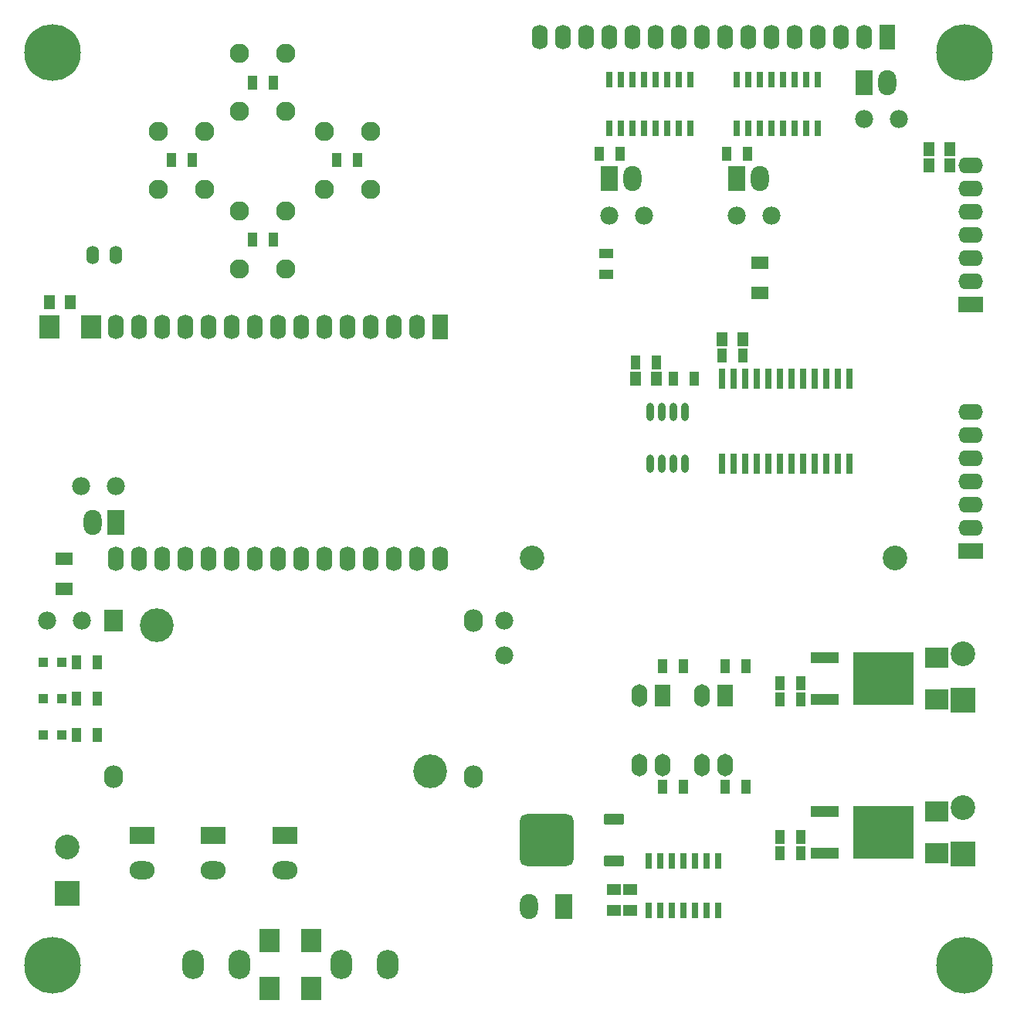
<source format=gbs>
G04*
G04 #@! TF.GenerationSoftware,Altium Limited,Altium Designer,18.0.7 (293)*
G04*
G04 Layer_Color=16711935*
%FSLAX25Y25*%
%MOIN*%
G70*
G01*
G75*
%ADD10R,0.04331X0.05894*%
%ADD11R,0.04737X0.06300*%
%ADD12O,0.03162X0.07887*%
%ADD13R,0.03162X0.08674*%
%ADD14R,0.07300X0.05800*%
%ADD15R,0.05894X0.04331*%
%ADD16R,0.03162X0.06902*%
%ADD17R,0.09855X0.08800*%
G04:AMPARAMS|DCode=18|XSize=47.37mil|YSize=86.74mil|CornerRadius=8.92mil|HoleSize=0mil|Usage=FLASHONLY|Rotation=270.000|XOffset=0mil|YOffset=0mil|HoleType=Round|Shape=RoundedRectangle|*
%AMROUNDEDRECTD18*
21,1,0.04737,0.06890,0,0,270.0*
21,1,0.02953,0.08674,0,0,270.0*
1,1,0.01784,-0.03445,-0.01476*
1,1,0.01784,-0.03445,0.01476*
1,1,0.01784,0.03445,0.01476*
1,1,0.01784,0.03445,-0.01476*
%
%ADD18ROUNDEDRECTD18*%
G04:AMPARAMS|DCode=19|XSize=224.53mil|YSize=232.41mil|CornerRadius=31.07mil|HoleSize=0mil|Usage=FLASHONLY|Rotation=270.000|XOffset=0mil|YOffset=0mil|HoleType=Round|Shape=RoundedRectangle|*
%AMROUNDEDRECTD19*
21,1,0.22453,0.17028,0,0,270.0*
21,1,0.16240,0.23241,0,0,270.0*
1,1,0.06213,-0.08514,-0.08120*
1,1,0.06213,-0.08514,0.08120*
1,1,0.06213,0.08514,0.08120*
1,1,0.06213,0.08514,-0.08120*
%
%ADD19ROUNDEDRECTD19*%
%ADD20R,0.26391X0.22650*%
%ADD21R,0.12020X0.04737*%
%ADD22R,0.04331X0.04331*%
%ADD23R,0.08800X0.09855*%
%ADD24R,0.06300X0.04737*%
%ADD25O,0.10642X0.06942*%
%ADD26R,0.10642X0.06942*%
%ADD27R,0.07800X0.10800*%
%ADD28O,0.07800X0.10800*%
%ADD29C,0.08300*%
%ADD30O,0.05524X0.07887*%
%ADD31C,0.10642*%
%ADD32R,0.10642X0.10642*%
%ADD33C,0.07800*%
%ADD34R,0.10800X0.07800*%
%ADD35O,0.10800X0.07800*%
%ADD36R,0.08300X0.09800*%
%ADD37O,0.08300X0.09800*%
%ADD38C,0.14580*%
%ADD39R,0.06942X0.10642*%
%ADD40O,0.06942X0.10642*%
%ADD41O,0.09461X0.12611*%
%ADD42R,0.06800X0.09800*%
%ADD43O,0.06800X0.09800*%
%ADD44O,0.06942X0.10642*%
%ADD45R,0.06942X0.10642*%
%ADD46C,0.24422*%
D10*
X-264504Y2146D02*
D03*
X-255504D02*
D03*
X-301004Y35729D02*
D03*
X-292004D02*
D03*
X-301004Y-32169D02*
D03*
X-292004D02*
D03*
X-336004Y2146D02*
D03*
X-327004D02*
D03*
X-119321Y-92027D02*
D03*
X-110321D02*
D03*
X-89140Y-82184D02*
D03*
X-98140D02*
D03*
X-96183Y5021D02*
D03*
X-87183D02*
D03*
X-151301D02*
D03*
X-142301D02*
D03*
X-135632Y-84940D02*
D03*
X-126632D02*
D03*
X-73073Y-223305D02*
D03*
X-64073D02*
D03*
X-64073Y-230392D02*
D03*
X-73073D02*
D03*
X-73073Y-289603D02*
D03*
X-64073D02*
D03*
X-64073Y-296690D02*
D03*
X-73073D02*
D03*
X-367941Y-214210D02*
D03*
X-376941D02*
D03*
X-367941Y-229958D02*
D03*
X-376941D02*
D03*
X-367941Y-245706D02*
D03*
X-376941D02*
D03*
X-123900Y-267939D02*
D03*
X-114900D02*
D03*
X-96742D02*
D03*
X-87742D02*
D03*
X-123900Y-215892D02*
D03*
X-114900D02*
D03*
X-96742D02*
D03*
X-87742D02*
D03*
D11*
X-98140Y-75098D02*
D03*
X-89140D02*
D03*
X-9000Y0D02*
D03*
X0D02*
D03*
X-126632Y-92027D02*
D03*
X-135632D02*
D03*
X-388433Y-59011D02*
D03*
X-379433D02*
D03*
X-9000Y7087D02*
D03*
X0D02*
D03*
D12*
X-114321Y-128641D02*
D03*
X-119321D02*
D03*
X-124321D02*
D03*
X-129321D02*
D03*
X-114321Y-106397D02*
D03*
X-119321D02*
D03*
X-124321D02*
D03*
X-129321D02*
D03*
D13*
X-98140Y-128641D02*
D03*
X-93140D02*
D03*
X-88140D02*
D03*
X-83140D02*
D03*
X-78140D02*
D03*
X-73140D02*
D03*
X-68140D02*
D03*
X-63140D02*
D03*
X-58140D02*
D03*
X-53140D02*
D03*
X-48140D02*
D03*
X-43140D02*
D03*
Y-92027D02*
D03*
X-48140D02*
D03*
X-53140D02*
D03*
X-58140D02*
D03*
X-63140D02*
D03*
X-68140D02*
D03*
X-73140D02*
D03*
X-78140D02*
D03*
X-83140D02*
D03*
X-88140D02*
D03*
X-93140D02*
D03*
X-98140D02*
D03*
D14*
X-81683Y-55105D02*
D03*
Y-42105D02*
D03*
X-382132Y-169838D02*
D03*
Y-182838D02*
D03*
D15*
X-148072Y-38105D02*
D03*
Y-47106D02*
D03*
D16*
X-91683Y15847D02*
D03*
X-86683D02*
D03*
X-56683Y37107D02*
D03*
Y15847D02*
D03*
X-61683D02*
D03*
X-66683D02*
D03*
X-71683D02*
D03*
X-76683D02*
D03*
X-81683D02*
D03*
X-61683Y37107D02*
D03*
X-66683D02*
D03*
X-71683D02*
D03*
X-76683D02*
D03*
X-81683D02*
D03*
X-86683D02*
D03*
X-91683D02*
D03*
X-146801Y15847D02*
D03*
X-141801D02*
D03*
X-111801Y37107D02*
D03*
Y15847D02*
D03*
X-116801D02*
D03*
X-121801D02*
D03*
X-126801D02*
D03*
X-131801D02*
D03*
X-136801D02*
D03*
X-116801Y37107D02*
D03*
X-121801D02*
D03*
X-126801D02*
D03*
X-131801D02*
D03*
X-136801D02*
D03*
X-141801D02*
D03*
X-146801D02*
D03*
X-99858Y-321317D02*
D03*
X-104858D02*
D03*
X-109858D02*
D03*
X-114858D02*
D03*
X-119858D02*
D03*
X-124858D02*
D03*
X-129858D02*
D03*
X-99858Y-300057D02*
D03*
X-104858D02*
D03*
X-109858D02*
D03*
X-114858D02*
D03*
X-119858D02*
D03*
X-124858D02*
D03*
X-129858D02*
D03*
D17*
X-5574Y-230465D02*
D03*
Y-212465D02*
D03*
Y-296763D02*
D03*
Y-278763D02*
D03*
D18*
X-144779Y-282065D02*
D03*
X-144779Y-300057D02*
D03*
D19*
X-173912Y-291061D02*
D03*
D20*
X-28416Y-287713D02*
D03*
Y-221415D02*
D03*
D21*
X-53809Y-278737D02*
D03*
Y-296690D02*
D03*
Y-212439D02*
D03*
Y-230392D02*
D03*
D22*
X-383268Y-245706D02*
D03*
X-391142D02*
D03*
X-383268Y-214210D02*
D03*
X-391142D02*
D03*
X-383268Y-229958D02*
D03*
X-391142D02*
D03*
D23*
X-388433Y-69838D02*
D03*
X-370432D02*
D03*
X-293526Y-354913D02*
D03*
X-275526D02*
D03*
X-293526Y-334513D02*
D03*
X-275526D02*
D03*
D24*
X-144779Y-321317D02*
D03*
Y-312317D02*
D03*
X-137692Y-321317D02*
D03*
Y-312317D02*
D03*
D25*
X9280Y-106338D02*
D03*
Y-126338D02*
D03*
Y-156338D02*
D03*
Y-146338D02*
D03*
Y-136338D02*
D03*
Y-116338D02*
D03*
Y0D02*
D03*
Y-20000D02*
D03*
Y-50000D02*
D03*
Y-40000D02*
D03*
Y-30000D02*
D03*
Y-10000D02*
D03*
D26*
Y-166338D02*
D03*
Y-60000D02*
D03*
D27*
X-166412Y-319742D02*
D03*
X-146801Y-5806D02*
D03*
X-91683D02*
D03*
X-36742Y35729D02*
D03*
X-359748Y-154090D02*
D03*
D28*
X-181412Y-319742D02*
D03*
X-136801Y-5806D02*
D03*
X-81683D02*
D03*
X-26742Y35729D02*
D03*
X-369747Y-154090D02*
D03*
D29*
X-286504Y23229D02*
D03*
X-306504Y48229D02*
D03*
X-286504D02*
D03*
X-306504Y23229D02*
D03*
X-286504Y-44669D02*
D03*
X-306504Y-19669D02*
D03*
X-286504D02*
D03*
X-306504Y-44669D02*
D03*
X-321504Y-10354D02*
D03*
X-341504Y14646D02*
D03*
X-321504D02*
D03*
X-341504Y-10354D02*
D03*
X-250004D02*
D03*
X-270004Y14646D02*
D03*
X-250004D02*
D03*
X-270004Y-10354D02*
D03*
D30*
X-369740Y-38598D02*
D03*
X-359897D02*
D03*
D31*
X-23396Y-169389D02*
D03*
X-180089D02*
D03*
X5836Y-276887D02*
D03*
Y-210589D02*
D03*
X-380999Y-293978D02*
D03*
D32*
X5836Y-296886D02*
D03*
Y-230589D02*
D03*
X-380999Y-313978D02*
D03*
D33*
X-374671Y-196206D02*
D03*
X-389671D02*
D03*
X-131801Y-21554D02*
D03*
X-146801D02*
D03*
X-76683D02*
D03*
X-91683D02*
D03*
X-21742Y19981D02*
D03*
X-36742D02*
D03*
X-192266Y-196206D02*
D03*
Y-211206D02*
D03*
X-359748Y-138342D02*
D03*
X-374747D02*
D03*
D34*
X-317753Y-288934D02*
D03*
X-348541D02*
D03*
X-286964D02*
D03*
D35*
X-317753Y-303934D02*
D03*
X-348541D02*
D03*
X-286964D02*
D03*
D36*
X-360891Y-196206D02*
D03*
D37*
Y-263710D02*
D03*
X-205395D02*
D03*
Y-196206D02*
D03*
D38*
X-342143Y-198458D02*
D03*
X-224143Y-261458D02*
D03*
D39*
X-219747Y-69838D02*
D03*
D40*
X-229748D02*
D03*
X-239748D02*
D03*
X-249747D02*
D03*
X-259748D02*
D03*
X-269747D02*
D03*
X-279748D02*
D03*
X-289748D02*
D03*
X-299747D02*
D03*
X-309748D02*
D03*
X-319747D02*
D03*
X-329748D02*
D03*
X-339748D02*
D03*
X-349747D02*
D03*
X-359748D02*
D03*
X-219747Y-169838D02*
D03*
X-229748D02*
D03*
X-239748D02*
D03*
X-249747D02*
D03*
X-259748D02*
D03*
X-269747D02*
D03*
X-279748D02*
D03*
X-289748D02*
D03*
X-299747D02*
D03*
X-309748D02*
D03*
X-319747D02*
D03*
X-329748D02*
D03*
X-339748D02*
D03*
X-349747D02*
D03*
X-359748D02*
D03*
D41*
X-262463Y-344713D02*
D03*
X-242463D02*
D03*
X-306489D02*
D03*
X-326489D02*
D03*
D42*
X-96742Y-228687D02*
D03*
X-123900D02*
D03*
D43*
X-106742D02*
D03*
Y-258687D02*
D03*
X-96742D02*
D03*
X-133900Y-228687D02*
D03*
Y-258687D02*
D03*
X-123900D02*
D03*
D44*
X-136742Y55414D02*
D03*
X-116742D02*
D03*
X-96742D02*
D03*
X-76742D02*
D03*
X-56742D02*
D03*
X-46742D02*
D03*
X-36742D02*
D03*
X-66742D02*
D03*
X-86742D02*
D03*
X-106742D02*
D03*
X-126742D02*
D03*
X-146742D02*
D03*
X-156742D02*
D03*
X-176742D02*
D03*
X-166742D02*
D03*
D45*
X-26742D02*
D03*
D46*
X-387182Y-345002D02*
D03*
X6519D02*
D03*
Y48699D02*
D03*
X-387182D02*
D03*
M02*

</source>
